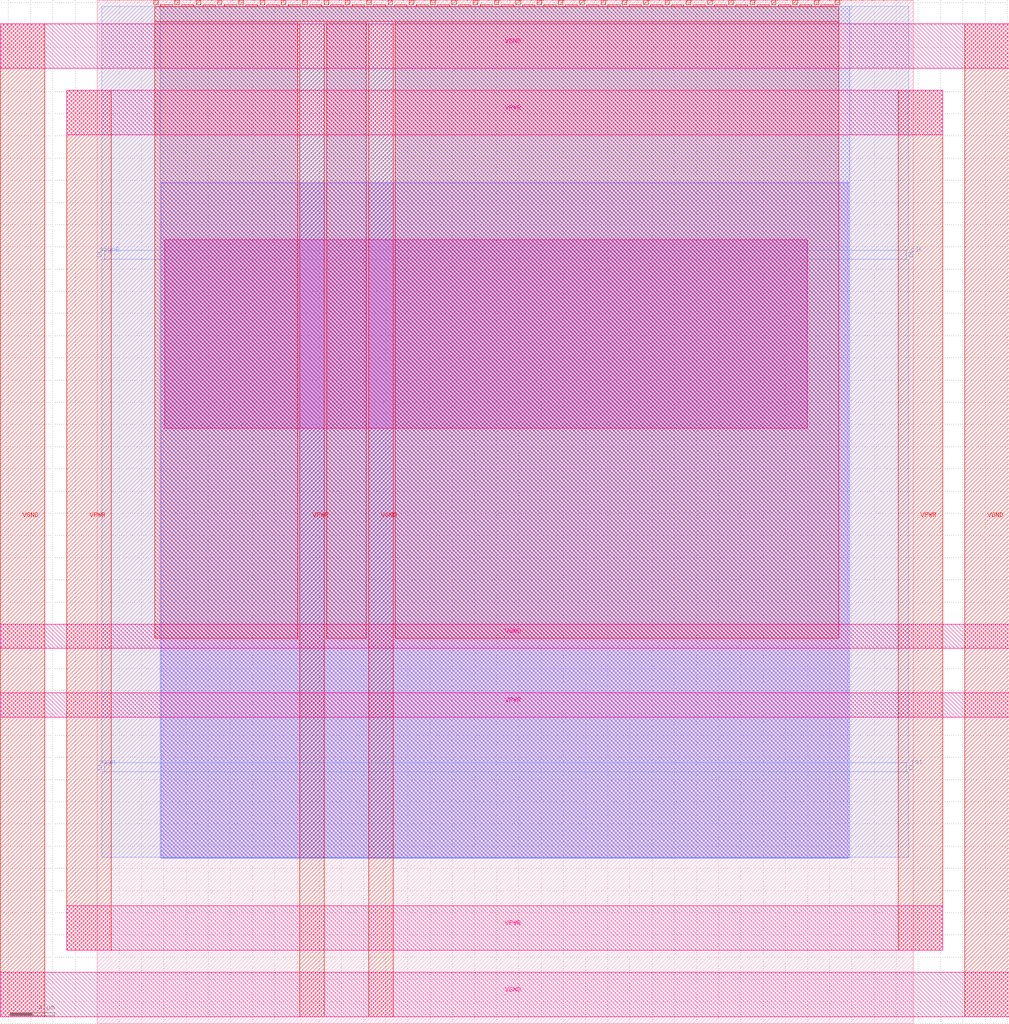
<source format=lef>
VERSION 5.7 ;
  NOWIREEXTENSIONATPIN ON ;
  DIVIDERCHAR "/" ;
  BUSBITCHARS "[]" ;
MACRO DigitalSine
  CLASS BLOCK ;
  FOREIGN DigitalSine ;
  ORIGIN 0.000 0.000 ;
  SIZE 73.510 BY 92.230 ;
  PIN VGND
    DIRECTION INOUT ;
    USE GROUND ;
    PORT
      LAYER Metal4 ;
        RECT -8.740 0.620 -4.740 90.100 ;
    END
    PORT
      LAYER Metal5 ;
        RECT -8.740 0.620 82.180 4.620 ;
    END
    PORT
      LAYER Metal5 ;
        RECT -8.740 86.100 82.180 90.100 ;
    END
    PORT
      LAYER Metal4 ;
        RECT 78.180 0.620 82.180 90.100 ;
    END
    PORT
      LAYER Metal4 ;
        RECT 24.460 0.620 26.660 90.100 ;
    END
    PORT
      LAYER Metal5 ;
        RECT -8.740 33.820 82.180 36.020 ;
    END
  END VGND
  PIN VPWR
    DIRECTION INOUT ;
    USE POWER ;
    PORT
      LAYER Metal4 ;
        RECT -2.740 6.620 1.260 84.100 ;
    END
    PORT
      LAYER Metal5 ;
        RECT -2.740 6.620 76.180 10.620 ;
    END
    PORT
      LAYER Metal5 ;
        RECT -2.740 80.100 76.180 84.100 ;
    END
    PORT
      LAYER Metal4 ;
        RECT 72.180 6.620 76.180 84.100 ;
    END
    PORT
      LAYER Metal4 ;
        RECT 18.260 0.620 20.460 90.100 ;
    END
    PORT
      LAYER Metal5 ;
        RECT -8.740 27.620 82.180 29.820 ;
    END
  END VPWR
  PIN clk
    DIRECTION INPUT ;
    USE SIGNAL ;
    ANTENNAGATEAREA 0.725400 ;
    PORT
      LAYER Metal3 ;
        RECT 73.110 69.100 73.510 69.500 ;
    END
  END clk
  PIN rst
    DIRECTION INPUT ;
    USE SIGNAL ;
    ANTENNAGATEAREA 0.180700 ;
    PORT
      LAYER Metal3 ;
        RECT 73.110 22.900 73.510 23.300 ;
    END
  END rst
  PIN sign
    DIRECTION OUTPUT ;
    USE SIGNAL ;
    ANTENNADIFFAREA 0.706800 ;
    PORT
      LAYER Metal3 ;
        RECT 0.000 22.900 0.400 23.300 ;
    END
  END sign
  PIN signB
    DIRECTION OUTPUT ;
    USE SIGNAL ;
    ANTENNADIFFAREA 0.706800 ;
    PORT
      LAYER Metal3 ;
        RECT 0.000 69.100 0.400 69.500 ;
    END
  END signB
  PIN sine_out[0]
    DIRECTION OUTPUT ;
    USE SIGNAL ;
    ANTENNADIFFAREA 0.706800 ;
    PORT
      LAYER Metal4 ;
        RECT 5.080 91.830 5.480 92.230 ;
    END
  END sine_out[0]
  PIN sine_out[10]
    DIRECTION OUTPUT ;
    USE SIGNAL ;
    ANTENNADIFFAREA 0.706800 ;
    PORT
      LAYER Metal4 ;
        RECT 24.280 91.830 24.680 92.230 ;
    END
  END sine_out[10]
  PIN sine_out[11]
    DIRECTION OUTPUT ;
    USE SIGNAL ;
    ANTENNADIFFAREA 0.706800 ;
    PORT
      LAYER Metal4 ;
        RECT 26.200 91.830 26.600 92.230 ;
    END
  END sine_out[11]
  PIN sine_out[12]
    DIRECTION OUTPUT ;
    USE SIGNAL ;
    ANTENNADIFFAREA 0.706800 ;
    PORT
      LAYER Metal4 ;
        RECT 28.120 91.830 28.520 92.230 ;
    END
  END sine_out[12]
  PIN sine_out[13]
    DIRECTION OUTPUT ;
    USE SIGNAL ;
    ANTENNADIFFAREA 0.706800 ;
    PORT
      LAYER Metal4 ;
        RECT 30.040 91.830 30.440 92.230 ;
    END
  END sine_out[13]
  PIN sine_out[14]
    DIRECTION OUTPUT ;
    USE SIGNAL ;
    ANTENNADIFFAREA 0.706800 ;
    PORT
      LAYER Metal4 ;
        RECT 31.960 91.830 32.360 92.230 ;
    END
  END sine_out[14]
  PIN sine_out[15]
    DIRECTION OUTPUT ;
    USE SIGNAL ;
    ANTENNADIFFAREA 0.706800 ;
    PORT
      LAYER Metal4 ;
        RECT 33.880 91.830 34.280 92.230 ;
    END
  END sine_out[15]
  PIN sine_out[16]
    DIRECTION OUTPUT ;
    USE SIGNAL ;
    ANTENNADIFFAREA 0.706800 ;
    PORT
      LAYER Metal4 ;
        RECT 35.800 91.830 36.200 92.230 ;
    END
  END sine_out[16]
  PIN sine_out[17]
    DIRECTION OUTPUT ;
    USE SIGNAL ;
    ANTENNADIFFAREA 0.706800 ;
    PORT
      LAYER Metal4 ;
        RECT 37.720 91.830 38.120 92.230 ;
    END
  END sine_out[17]
  PIN sine_out[18]
    DIRECTION OUTPUT ;
    USE SIGNAL ;
    ANTENNADIFFAREA 0.706800 ;
    PORT
      LAYER Metal4 ;
        RECT 39.640 91.830 40.040 92.230 ;
    END
  END sine_out[18]
  PIN sine_out[19]
    DIRECTION OUTPUT ;
    USE SIGNAL ;
    ANTENNADIFFAREA 0.706800 ;
    PORT
      LAYER Metal4 ;
        RECT 41.560 91.830 41.960 92.230 ;
    END
  END sine_out[19]
  PIN sine_out[1]
    DIRECTION OUTPUT ;
    USE SIGNAL ;
    ANTENNADIFFAREA 0.706800 ;
    PORT
      LAYER Metal4 ;
        RECT 7.000 91.830 7.400 92.230 ;
    END
  END sine_out[1]
  PIN sine_out[20]
    DIRECTION OUTPUT ;
    USE SIGNAL ;
    ANTENNADIFFAREA 0.706800 ;
    PORT
      LAYER Metal4 ;
        RECT 43.480 91.830 43.880 92.230 ;
    END
  END sine_out[20]
  PIN sine_out[21]
    DIRECTION OUTPUT ;
    USE SIGNAL ;
    ANTENNADIFFAREA 0.706800 ;
    PORT
      LAYER Metal4 ;
        RECT 45.400 91.830 45.800 92.230 ;
    END
  END sine_out[21]
  PIN sine_out[22]
    DIRECTION OUTPUT ;
    USE SIGNAL ;
    ANTENNADIFFAREA 0.706800 ;
    PORT
      LAYER Metal4 ;
        RECT 47.320 91.830 47.720 92.230 ;
    END
  END sine_out[22]
  PIN sine_out[23]
    DIRECTION OUTPUT ;
    USE SIGNAL ;
    ANTENNADIFFAREA 0.706800 ;
    PORT
      LAYER Metal4 ;
        RECT 49.240 91.830 49.640 92.230 ;
    END
  END sine_out[23]
  PIN sine_out[24]
    DIRECTION OUTPUT ;
    USE SIGNAL ;
    ANTENNADIFFAREA 0.706800 ;
    PORT
      LAYER Metal4 ;
        RECT 51.160 91.830 51.560 92.230 ;
    END
  END sine_out[24]
  PIN sine_out[25]
    DIRECTION OUTPUT ;
    USE SIGNAL ;
    ANTENNADIFFAREA 0.706800 ;
    PORT
      LAYER Metal4 ;
        RECT 53.080 91.830 53.480 92.230 ;
    END
  END sine_out[25]
  PIN sine_out[26]
    DIRECTION OUTPUT ;
    USE SIGNAL ;
    ANTENNADIFFAREA 0.706800 ;
    PORT
      LAYER Metal4 ;
        RECT 55.000 91.830 55.400 92.230 ;
    END
  END sine_out[26]
  PIN sine_out[27]
    DIRECTION OUTPUT ;
    USE SIGNAL ;
    ANTENNADIFFAREA 0.706800 ;
    PORT
      LAYER Metal4 ;
        RECT 56.920 91.830 57.320 92.230 ;
    END
  END sine_out[27]
  PIN sine_out[28]
    DIRECTION OUTPUT ;
    USE SIGNAL ;
    ANTENNADIFFAREA 0.706800 ;
    PORT
      LAYER Metal4 ;
        RECT 58.840 91.830 59.240 92.230 ;
    END
  END sine_out[28]
  PIN sine_out[29]
    DIRECTION OUTPUT ;
    USE SIGNAL ;
    ANTENNADIFFAREA 0.706800 ;
    PORT
      LAYER Metal4 ;
        RECT 60.760 91.830 61.160 92.230 ;
    END
  END sine_out[29]
  PIN sine_out[2]
    DIRECTION OUTPUT ;
    USE SIGNAL ;
    ANTENNADIFFAREA 0.706800 ;
    PORT
      LAYER Metal4 ;
        RECT 8.920 91.830 9.320 92.230 ;
    END
  END sine_out[2]
  PIN sine_out[30]
    DIRECTION OUTPUT ;
    USE SIGNAL ;
    ANTENNADIFFAREA 0.706800 ;
    PORT
      LAYER Metal4 ;
        RECT 62.680 91.830 63.080 92.230 ;
    END
  END sine_out[30]
  PIN sine_out[31]
    DIRECTION OUTPUT ;
    USE SIGNAL ;
    ANTENNADIFFAREA 0.706800 ;
    PORT
      LAYER Metal4 ;
        RECT 64.600 91.830 65.000 92.230 ;
    END
  END sine_out[31]
  PIN sine_out[32]
    DIRECTION OUTPUT ;
    USE SIGNAL ;
    ANTENNADIFFAREA 0.706800 ;
    PORT
      LAYER Metal4 ;
        RECT 66.520 91.830 66.920 92.230 ;
    END
  END sine_out[32]
  PIN sine_out[3]
    DIRECTION OUTPUT ;
    USE SIGNAL ;
    ANTENNADIFFAREA 0.706800 ;
    PORT
      LAYER Metal4 ;
        RECT 10.840 91.830 11.240 92.230 ;
    END
  END sine_out[3]
  PIN sine_out[4]
    DIRECTION OUTPUT ;
    USE SIGNAL ;
    ANTENNADIFFAREA 0.706800 ;
    PORT
      LAYER Metal4 ;
        RECT 12.760 91.830 13.160 92.230 ;
    END
  END sine_out[4]
  PIN sine_out[5]
    DIRECTION OUTPUT ;
    USE SIGNAL ;
    ANTENNADIFFAREA 0.706800 ;
    PORT
      LAYER Metal4 ;
        RECT 14.680 91.830 15.080 92.230 ;
    END
  END sine_out[5]
  PIN sine_out[6]
    DIRECTION OUTPUT ;
    USE SIGNAL ;
    ANTENNADIFFAREA 0.706800 ;
    PORT
      LAYER Metal4 ;
        RECT 16.600 91.830 17.000 92.230 ;
    END
  END sine_out[6]
  PIN sine_out[7]
    DIRECTION OUTPUT ;
    USE SIGNAL ;
    ANTENNADIFFAREA 0.706800 ;
    PORT
      LAYER Metal4 ;
        RECT 18.520 91.830 18.920 92.230 ;
    END
  END sine_out[7]
  PIN sine_out[8]
    DIRECTION OUTPUT ;
    USE SIGNAL ;
    ANTENNADIFFAREA 0.706800 ;
    PORT
      LAYER Metal4 ;
        RECT 20.440 91.830 20.840 92.230 ;
    END
  END sine_out[8]
  PIN sine_out[9]
    DIRECTION OUTPUT ;
    USE SIGNAL ;
    ANTENNADIFFAREA 0.706800 ;
    PORT
      LAYER Metal4 ;
        RECT 22.360 91.830 22.760 92.230 ;
    END
  END sine_out[9]
  OBS
      LAYER GatPoly ;
        RECT 5.760 14.970 67.680 75.750 ;
      LAYER Metal1 ;
        RECT 5.760 14.900 67.680 75.820 ;
      LAYER Metal2 ;
        RECT 5.655 14.975 67.785 91.705 ;
      LAYER Metal3 ;
        RECT 0.400 69.710 73.110 91.665 ;
        RECT 0.610 68.890 72.900 69.710 ;
        RECT 0.400 23.510 73.110 68.890 ;
        RECT 0.610 22.690 72.900 23.510 ;
        RECT 0.400 15.020 73.110 22.690 ;
      LAYER Metal4 ;
        RECT 5.690 91.620 6.790 91.830 ;
        RECT 7.610 91.620 8.710 91.830 ;
        RECT 9.530 91.620 10.630 91.830 ;
        RECT 11.450 91.620 12.550 91.830 ;
        RECT 13.370 91.620 14.470 91.830 ;
        RECT 15.290 91.620 16.390 91.830 ;
        RECT 17.210 91.620 18.310 91.830 ;
        RECT 19.130 91.620 20.230 91.830 ;
        RECT 21.050 91.620 22.150 91.830 ;
        RECT 22.970 91.620 24.070 91.830 ;
        RECT 24.890 91.620 25.990 91.830 ;
        RECT 26.810 91.620 27.910 91.830 ;
        RECT 28.730 91.620 29.830 91.830 ;
        RECT 30.650 91.620 31.750 91.830 ;
        RECT 32.570 91.620 33.670 91.830 ;
        RECT 34.490 91.620 35.590 91.830 ;
        RECT 36.410 91.620 37.510 91.830 ;
        RECT 38.330 91.620 39.430 91.830 ;
        RECT 40.250 91.620 41.350 91.830 ;
        RECT 42.170 91.620 43.270 91.830 ;
        RECT 44.090 91.620 45.190 91.830 ;
        RECT 46.010 91.620 47.110 91.830 ;
        RECT 47.930 91.620 49.030 91.830 ;
        RECT 49.850 91.620 50.950 91.830 ;
        RECT 51.770 91.620 52.870 91.830 ;
        RECT 53.690 91.620 54.790 91.830 ;
        RECT 55.610 91.620 56.710 91.830 ;
        RECT 57.530 91.620 58.630 91.830 ;
        RECT 59.450 91.620 60.550 91.830 ;
        RECT 61.370 91.620 62.470 91.830 ;
        RECT 63.290 91.620 64.390 91.830 ;
        RECT 65.210 91.620 66.310 91.830 ;
        RECT 5.180 90.310 66.820 91.620 ;
        RECT 5.180 34.715 18.050 90.310 ;
        RECT 20.670 34.715 24.250 90.310 ;
        RECT 26.870 34.715 66.820 90.310 ;
      LAYER Metal5 ;
        RECT 6.095 53.660 63.985 70.660 ;
  END
END DigitalSine
END LIBRARY


</source>
